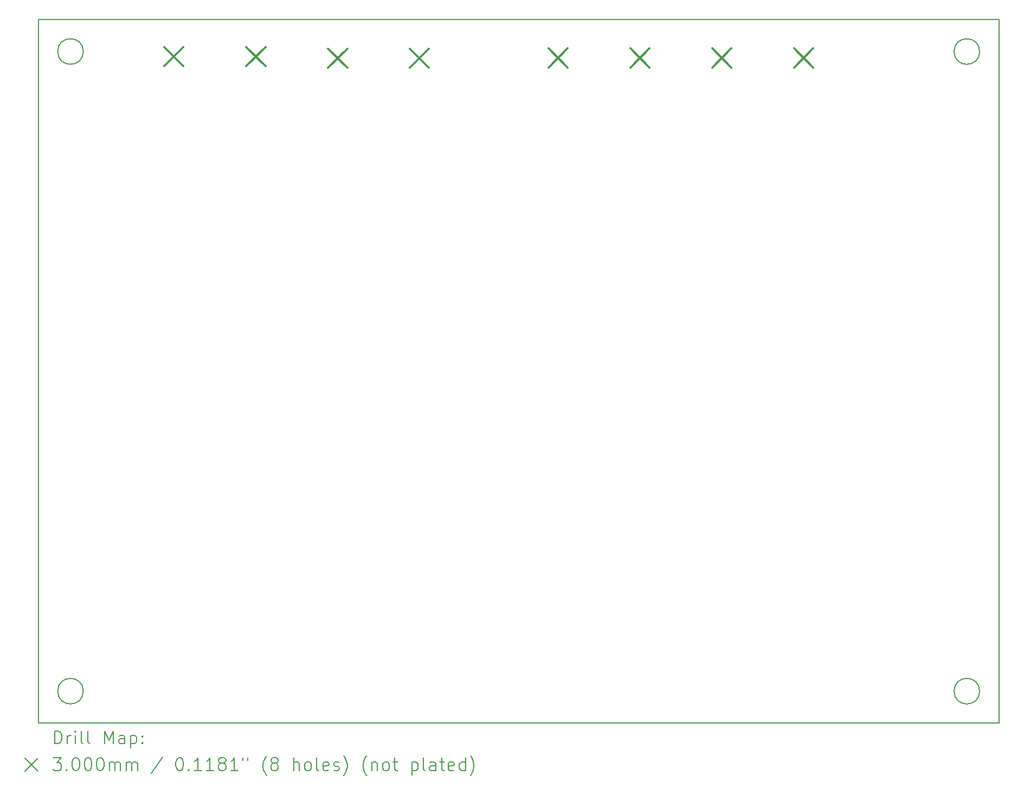
<source format=gbr>
%TF.GenerationSoftware,KiCad,Pcbnew,9.0.0*%
%TF.CreationDate,2025-04-08T11:49:49-04:00*%
%TF.ProjectId,PCB_control,5043425f-636f-46e7-9472-6f6c2e6b6963,rev?*%
%TF.SameCoordinates,Original*%
%TF.FileFunction,Drillmap*%
%TF.FilePolarity,Positive*%
%FSLAX45Y45*%
G04 Gerber Fmt 4.5, Leading zero omitted, Abs format (unit mm)*
G04 Created by KiCad (PCBNEW 9.0.0) date 2025-04-08 11:49:49*
%MOMM*%
%LPD*%
G01*
G04 APERTURE LIST*
%ADD10C,0.200000*%
%ADD11C,0.300000*%
G04 APERTURE END LIST*
D10*
X2700000Y-2500000D02*
G75*
G02*
X2300000Y-2500000I-200000J0D01*
G01*
X2300000Y-2500000D02*
G75*
G02*
X2700000Y-2500000I200000J0D01*
G01*
X2000000Y-2000000D02*
X17000000Y-2000000D01*
X17000000Y-13000000D01*
X2000000Y-13000000D01*
X2000000Y-2000000D01*
X2700000Y-12500000D02*
G75*
G02*
X2300000Y-12500000I-200000J0D01*
G01*
X2300000Y-12500000D02*
G75*
G02*
X2700000Y-12500000I200000J0D01*
G01*
X16700000Y-12500000D02*
G75*
G02*
X16300000Y-12500000I-200000J0D01*
G01*
X16300000Y-12500000D02*
G75*
G02*
X16700000Y-12500000I200000J0D01*
G01*
X16700000Y-2500000D02*
G75*
G02*
X16300000Y-2500000I-200000J0D01*
G01*
X16300000Y-2500000D02*
G75*
G02*
X16700000Y-2500000I200000J0D01*
G01*
D11*
X3963000Y-2430000D02*
X4263000Y-2730000D01*
X4263000Y-2430000D02*
X3963000Y-2730000D01*
X5244589Y-2429000D02*
X5544589Y-2729000D01*
X5544589Y-2429000D02*
X5244589Y-2729000D01*
X6522500Y-2452500D02*
X6822500Y-2752500D01*
X6822500Y-2452500D02*
X6522500Y-2752500D01*
X7800411Y-2452500D02*
X8100411Y-2752500D01*
X8100411Y-2452500D02*
X7800411Y-2752500D01*
X9967500Y-2450000D02*
X10267500Y-2750000D01*
X10267500Y-2450000D02*
X9967500Y-2750000D01*
X11245411Y-2450000D02*
X11545411Y-2750000D01*
X11545411Y-2450000D02*
X11245411Y-2750000D01*
X12523321Y-2450000D02*
X12823321Y-2750000D01*
X12823321Y-2450000D02*
X12523321Y-2750000D01*
X13801232Y-2450000D02*
X14101232Y-2750000D01*
X14101232Y-2450000D02*
X13801232Y-2750000D01*
D10*
X2250777Y-13321484D02*
X2250777Y-13121484D01*
X2250777Y-13121484D02*
X2298396Y-13121484D01*
X2298396Y-13121484D02*
X2326967Y-13131008D01*
X2326967Y-13131008D02*
X2346015Y-13150055D01*
X2346015Y-13150055D02*
X2355539Y-13169103D01*
X2355539Y-13169103D02*
X2365063Y-13207198D01*
X2365063Y-13207198D02*
X2365063Y-13235769D01*
X2365063Y-13235769D02*
X2355539Y-13273865D01*
X2355539Y-13273865D02*
X2346015Y-13292912D01*
X2346015Y-13292912D02*
X2326967Y-13311960D01*
X2326967Y-13311960D02*
X2298396Y-13321484D01*
X2298396Y-13321484D02*
X2250777Y-13321484D01*
X2450777Y-13321484D02*
X2450777Y-13188150D01*
X2450777Y-13226246D02*
X2460301Y-13207198D01*
X2460301Y-13207198D02*
X2469824Y-13197674D01*
X2469824Y-13197674D02*
X2488872Y-13188150D01*
X2488872Y-13188150D02*
X2507920Y-13188150D01*
X2574586Y-13321484D02*
X2574586Y-13188150D01*
X2574586Y-13121484D02*
X2565063Y-13131008D01*
X2565063Y-13131008D02*
X2574586Y-13140531D01*
X2574586Y-13140531D02*
X2584110Y-13131008D01*
X2584110Y-13131008D02*
X2574586Y-13121484D01*
X2574586Y-13121484D02*
X2574586Y-13140531D01*
X2698396Y-13321484D02*
X2679348Y-13311960D01*
X2679348Y-13311960D02*
X2669824Y-13292912D01*
X2669824Y-13292912D02*
X2669824Y-13121484D01*
X2803158Y-13321484D02*
X2784110Y-13311960D01*
X2784110Y-13311960D02*
X2774586Y-13292912D01*
X2774586Y-13292912D02*
X2774586Y-13121484D01*
X3031729Y-13321484D02*
X3031729Y-13121484D01*
X3031729Y-13121484D02*
X3098396Y-13264341D01*
X3098396Y-13264341D02*
X3165062Y-13121484D01*
X3165062Y-13121484D02*
X3165062Y-13321484D01*
X3346015Y-13321484D02*
X3346015Y-13216722D01*
X3346015Y-13216722D02*
X3336491Y-13197674D01*
X3336491Y-13197674D02*
X3317443Y-13188150D01*
X3317443Y-13188150D02*
X3279348Y-13188150D01*
X3279348Y-13188150D02*
X3260301Y-13197674D01*
X3346015Y-13311960D02*
X3326967Y-13321484D01*
X3326967Y-13321484D02*
X3279348Y-13321484D01*
X3279348Y-13321484D02*
X3260301Y-13311960D01*
X3260301Y-13311960D02*
X3250777Y-13292912D01*
X3250777Y-13292912D02*
X3250777Y-13273865D01*
X3250777Y-13273865D02*
X3260301Y-13254817D01*
X3260301Y-13254817D02*
X3279348Y-13245293D01*
X3279348Y-13245293D02*
X3326967Y-13245293D01*
X3326967Y-13245293D02*
X3346015Y-13235769D01*
X3441253Y-13188150D02*
X3441253Y-13388150D01*
X3441253Y-13197674D02*
X3460301Y-13188150D01*
X3460301Y-13188150D02*
X3498396Y-13188150D01*
X3498396Y-13188150D02*
X3517443Y-13197674D01*
X3517443Y-13197674D02*
X3526967Y-13207198D01*
X3526967Y-13207198D02*
X3536491Y-13226246D01*
X3536491Y-13226246D02*
X3536491Y-13283388D01*
X3536491Y-13283388D02*
X3526967Y-13302436D01*
X3526967Y-13302436D02*
X3517443Y-13311960D01*
X3517443Y-13311960D02*
X3498396Y-13321484D01*
X3498396Y-13321484D02*
X3460301Y-13321484D01*
X3460301Y-13321484D02*
X3441253Y-13311960D01*
X3622205Y-13302436D02*
X3631729Y-13311960D01*
X3631729Y-13311960D02*
X3622205Y-13321484D01*
X3622205Y-13321484D02*
X3612682Y-13311960D01*
X3612682Y-13311960D02*
X3622205Y-13302436D01*
X3622205Y-13302436D02*
X3622205Y-13321484D01*
X3622205Y-13197674D02*
X3631729Y-13207198D01*
X3631729Y-13207198D02*
X3622205Y-13216722D01*
X3622205Y-13216722D02*
X3612682Y-13207198D01*
X3612682Y-13207198D02*
X3622205Y-13197674D01*
X3622205Y-13197674D02*
X3622205Y-13216722D01*
X1790000Y-13550000D02*
X1990000Y-13750000D01*
X1990000Y-13550000D02*
X1790000Y-13750000D01*
X2231729Y-13541484D02*
X2355539Y-13541484D01*
X2355539Y-13541484D02*
X2288872Y-13617674D01*
X2288872Y-13617674D02*
X2317444Y-13617674D01*
X2317444Y-13617674D02*
X2336491Y-13627198D01*
X2336491Y-13627198D02*
X2346015Y-13636722D01*
X2346015Y-13636722D02*
X2355539Y-13655769D01*
X2355539Y-13655769D02*
X2355539Y-13703388D01*
X2355539Y-13703388D02*
X2346015Y-13722436D01*
X2346015Y-13722436D02*
X2336491Y-13731960D01*
X2336491Y-13731960D02*
X2317444Y-13741484D01*
X2317444Y-13741484D02*
X2260301Y-13741484D01*
X2260301Y-13741484D02*
X2241253Y-13731960D01*
X2241253Y-13731960D02*
X2231729Y-13722436D01*
X2441253Y-13722436D02*
X2450777Y-13731960D01*
X2450777Y-13731960D02*
X2441253Y-13741484D01*
X2441253Y-13741484D02*
X2431729Y-13731960D01*
X2431729Y-13731960D02*
X2441253Y-13722436D01*
X2441253Y-13722436D02*
X2441253Y-13741484D01*
X2574586Y-13541484D02*
X2593634Y-13541484D01*
X2593634Y-13541484D02*
X2612682Y-13551008D01*
X2612682Y-13551008D02*
X2622205Y-13560531D01*
X2622205Y-13560531D02*
X2631729Y-13579579D01*
X2631729Y-13579579D02*
X2641253Y-13617674D01*
X2641253Y-13617674D02*
X2641253Y-13665293D01*
X2641253Y-13665293D02*
X2631729Y-13703388D01*
X2631729Y-13703388D02*
X2622205Y-13722436D01*
X2622205Y-13722436D02*
X2612682Y-13731960D01*
X2612682Y-13731960D02*
X2593634Y-13741484D01*
X2593634Y-13741484D02*
X2574586Y-13741484D01*
X2574586Y-13741484D02*
X2555539Y-13731960D01*
X2555539Y-13731960D02*
X2546015Y-13722436D01*
X2546015Y-13722436D02*
X2536491Y-13703388D01*
X2536491Y-13703388D02*
X2526967Y-13665293D01*
X2526967Y-13665293D02*
X2526967Y-13617674D01*
X2526967Y-13617674D02*
X2536491Y-13579579D01*
X2536491Y-13579579D02*
X2546015Y-13560531D01*
X2546015Y-13560531D02*
X2555539Y-13551008D01*
X2555539Y-13551008D02*
X2574586Y-13541484D01*
X2765063Y-13541484D02*
X2784110Y-13541484D01*
X2784110Y-13541484D02*
X2803158Y-13551008D01*
X2803158Y-13551008D02*
X2812682Y-13560531D01*
X2812682Y-13560531D02*
X2822205Y-13579579D01*
X2822205Y-13579579D02*
X2831729Y-13617674D01*
X2831729Y-13617674D02*
X2831729Y-13665293D01*
X2831729Y-13665293D02*
X2822205Y-13703388D01*
X2822205Y-13703388D02*
X2812682Y-13722436D01*
X2812682Y-13722436D02*
X2803158Y-13731960D01*
X2803158Y-13731960D02*
X2784110Y-13741484D01*
X2784110Y-13741484D02*
X2765063Y-13741484D01*
X2765063Y-13741484D02*
X2746015Y-13731960D01*
X2746015Y-13731960D02*
X2736491Y-13722436D01*
X2736491Y-13722436D02*
X2726967Y-13703388D01*
X2726967Y-13703388D02*
X2717444Y-13665293D01*
X2717444Y-13665293D02*
X2717444Y-13617674D01*
X2717444Y-13617674D02*
X2726967Y-13579579D01*
X2726967Y-13579579D02*
X2736491Y-13560531D01*
X2736491Y-13560531D02*
X2746015Y-13551008D01*
X2746015Y-13551008D02*
X2765063Y-13541484D01*
X2955539Y-13541484D02*
X2974586Y-13541484D01*
X2974586Y-13541484D02*
X2993634Y-13551008D01*
X2993634Y-13551008D02*
X3003158Y-13560531D01*
X3003158Y-13560531D02*
X3012682Y-13579579D01*
X3012682Y-13579579D02*
X3022205Y-13617674D01*
X3022205Y-13617674D02*
X3022205Y-13665293D01*
X3022205Y-13665293D02*
X3012682Y-13703388D01*
X3012682Y-13703388D02*
X3003158Y-13722436D01*
X3003158Y-13722436D02*
X2993634Y-13731960D01*
X2993634Y-13731960D02*
X2974586Y-13741484D01*
X2974586Y-13741484D02*
X2955539Y-13741484D01*
X2955539Y-13741484D02*
X2936491Y-13731960D01*
X2936491Y-13731960D02*
X2926967Y-13722436D01*
X2926967Y-13722436D02*
X2917443Y-13703388D01*
X2917443Y-13703388D02*
X2907920Y-13665293D01*
X2907920Y-13665293D02*
X2907920Y-13617674D01*
X2907920Y-13617674D02*
X2917443Y-13579579D01*
X2917443Y-13579579D02*
X2926967Y-13560531D01*
X2926967Y-13560531D02*
X2936491Y-13551008D01*
X2936491Y-13551008D02*
X2955539Y-13541484D01*
X3107920Y-13741484D02*
X3107920Y-13608150D01*
X3107920Y-13627198D02*
X3117443Y-13617674D01*
X3117443Y-13617674D02*
X3136491Y-13608150D01*
X3136491Y-13608150D02*
X3165063Y-13608150D01*
X3165063Y-13608150D02*
X3184110Y-13617674D01*
X3184110Y-13617674D02*
X3193634Y-13636722D01*
X3193634Y-13636722D02*
X3193634Y-13741484D01*
X3193634Y-13636722D02*
X3203158Y-13617674D01*
X3203158Y-13617674D02*
X3222205Y-13608150D01*
X3222205Y-13608150D02*
X3250777Y-13608150D01*
X3250777Y-13608150D02*
X3269824Y-13617674D01*
X3269824Y-13617674D02*
X3279348Y-13636722D01*
X3279348Y-13636722D02*
X3279348Y-13741484D01*
X3374586Y-13741484D02*
X3374586Y-13608150D01*
X3374586Y-13627198D02*
X3384110Y-13617674D01*
X3384110Y-13617674D02*
X3403158Y-13608150D01*
X3403158Y-13608150D02*
X3431729Y-13608150D01*
X3431729Y-13608150D02*
X3450777Y-13617674D01*
X3450777Y-13617674D02*
X3460301Y-13636722D01*
X3460301Y-13636722D02*
X3460301Y-13741484D01*
X3460301Y-13636722D02*
X3469824Y-13617674D01*
X3469824Y-13617674D02*
X3488872Y-13608150D01*
X3488872Y-13608150D02*
X3517443Y-13608150D01*
X3517443Y-13608150D02*
X3536491Y-13617674D01*
X3536491Y-13617674D02*
X3546015Y-13636722D01*
X3546015Y-13636722D02*
X3546015Y-13741484D01*
X3936491Y-13531960D02*
X3765063Y-13789103D01*
X4193634Y-13541484D02*
X4212682Y-13541484D01*
X4212682Y-13541484D02*
X4231729Y-13551008D01*
X4231729Y-13551008D02*
X4241253Y-13560531D01*
X4241253Y-13560531D02*
X4250777Y-13579579D01*
X4250777Y-13579579D02*
X4260301Y-13617674D01*
X4260301Y-13617674D02*
X4260301Y-13665293D01*
X4260301Y-13665293D02*
X4250777Y-13703388D01*
X4250777Y-13703388D02*
X4241253Y-13722436D01*
X4241253Y-13722436D02*
X4231729Y-13731960D01*
X4231729Y-13731960D02*
X4212682Y-13741484D01*
X4212682Y-13741484D02*
X4193634Y-13741484D01*
X4193634Y-13741484D02*
X4174586Y-13731960D01*
X4174586Y-13731960D02*
X4165063Y-13722436D01*
X4165063Y-13722436D02*
X4155539Y-13703388D01*
X4155539Y-13703388D02*
X4146015Y-13665293D01*
X4146015Y-13665293D02*
X4146015Y-13617674D01*
X4146015Y-13617674D02*
X4155539Y-13579579D01*
X4155539Y-13579579D02*
X4165063Y-13560531D01*
X4165063Y-13560531D02*
X4174586Y-13551008D01*
X4174586Y-13551008D02*
X4193634Y-13541484D01*
X4346015Y-13722436D02*
X4355539Y-13731960D01*
X4355539Y-13731960D02*
X4346015Y-13741484D01*
X4346015Y-13741484D02*
X4336491Y-13731960D01*
X4336491Y-13731960D02*
X4346015Y-13722436D01*
X4346015Y-13722436D02*
X4346015Y-13741484D01*
X4546015Y-13741484D02*
X4431729Y-13741484D01*
X4488872Y-13741484D02*
X4488872Y-13541484D01*
X4488872Y-13541484D02*
X4469825Y-13570055D01*
X4469825Y-13570055D02*
X4450777Y-13589103D01*
X4450777Y-13589103D02*
X4431729Y-13598627D01*
X4736491Y-13741484D02*
X4622206Y-13741484D01*
X4679348Y-13741484D02*
X4679348Y-13541484D01*
X4679348Y-13541484D02*
X4660301Y-13570055D01*
X4660301Y-13570055D02*
X4641253Y-13589103D01*
X4641253Y-13589103D02*
X4622206Y-13598627D01*
X4850777Y-13627198D02*
X4831729Y-13617674D01*
X4831729Y-13617674D02*
X4822206Y-13608150D01*
X4822206Y-13608150D02*
X4812682Y-13589103D01*
X4812682Y-13589103D02*
X4812682Y-13579579D01*
X4812682Y-13579579D02*
X4822206Y-13560531D01*
X4822206Y-13560531D02*
X4831729Y-13551008D01*
X4831729Y-13551008D02*
X4850777Y-13541484D01*
X4850777Y-13541484D02*
X4888872Y-13541484D01*
X4888872Y-13541484D02*
X4907920Y-13551008D01*
X4907920Y-13551008D02*
X4917444Y-13560531D01*
X4917444Y-13560531D02*
X4926968Y-13579579D01*
X4926968Y-13579579D02*
X4926968Y-13589103D01*
X4926968Y-13589103D02*
X4917444Y-13608150D01*
X4917444Y-13608150D02*
X4907920Y-13617674D01*
X4907920Y-13617674D02*
X4888872Y-13627198D01*
X4888872Y-13627198D02*
X4850777Y-13627198D01*
X4850777Y-13627198D02*
X4831729Y-13636722D01*
X4831729Y-13636722D02*
X4822206Y-13646246D01*
X4822206Y-13646246D02*
X4812682Y-13665293D01*
X4812682Y-13665293D02*
X4812682Y-13703388D01*
X4812682Y-13703388D02*
X4822206Y-13722436D01*
X4822206Y-13722436D02*
X4831729Y-13731960D01*
X4831729Y-13731960D02*
X4850777Y-13741484D01*
X4850777Y-13741484D02*
X4888872Y-13741484D01*
X4888872Y-13741484D02*
X4907920Y-13731960D01*
X4907920Y-13731960D02*
X4917444Y-13722436D01*
X4917444Y-13722436D02*
X4926968Y-13703388D01*
X4926968Y-13703388D02*
X4926968Y-13665293D01*
X4926968Y-13665293D02*
X4917444Y-13646246D01*
X4917444Y-13646246D02*
X4907920Y-13636722D01*
X4907920Y-13636722D02*
X4888872Y-13627198D01*
X5117444Y-13741484D02*
X5003158Y-13741484D01*
X5060301Y-13741484D02*
X5060301Y-13541484D01*
X5060301Y-13541484D02*
X5041253Y-13570055D01*
X5041253Y-13570055D02*
X5022206Y-13589103D01*
X5022206Y-13589103D02*
X5003158Y-13598627D01*
X5193634Y-13541484D02*
X5193634Y-13579579D01*
X5269825Y-13541484D02*
X5269825Y-13579579D01*
X5565063Y-13817674D02*
X5555539Y-13808150D01*
X5555539Y-13808150D02*
X5536491Y-13779579D01*
X5536491Y-13779579D02*
X5526968Y-13760531D01*
X5526968Y-13760531D02*
X5517444Y-13731960D01*
X5517444Y-13731960D02*
X5507920Y-13684341D01*
X5507920Y-13684341D02*
X5507920Y-13646246D01*
X5507920Y-13646246D02*
X5517444Y-13598627D01*
X5517444Y-13598627D02*
X5526968Y-13570055D01*
X5526968Y-13570055D02*
X5536491Y-13551008D01*
X5536491Y-13551008D02*
X5555539Y-13522436D01*
X5555539Y-13522436D02*
X5565063Y-13512912D01*
X5669825Y-13627198D02*
X5650777Y-13617674D01*
X5650777Y-13617674D02*
X5641253Y-13608150D01*
X5641253Y-13608150D02*
X5631729Y-13589103D01*
X5631729Y-13589103D02*
X5631729Y-13579579D01*
X5631729Y-13579579D02*
X5641253Y-13560531D01*
X5641253Y-13560531D02*
X5650777Y-13551008D01*
X5650777Y-13551008D02*
X5669825Y-13541484D01*
X5669825Y-13541484D02*
X5707920Y-13541484D01*
X5707920Y-13541484D02*
X5726968Y-13551008D01*
X5726968Y-13551008D02*
X5736491Y-13560531D01*
X5736491Y-13560531D02*
X5746015Y-13579579D01*
X5746015Y-13579579D02*
X5746015Y-13589103D01*
X5746015Y-13589103D02*
X5736491Y-13608150D01*
X5736491Y-13608150D02*
X5726968Y-13617674D01*
X5726968Y-13617674D02*
X5707920Y-13627198D01*
X5707920Y-13627198D02*
X5669825Y-13627198D01*
X5669825Y-13627198D02*
X5650777Y-13636722D01*
X5650777Y-13636722D02*
X5641253Y-13646246D01*
X5641253Y-13646246D02*
X5631729Y-13665293D01*
X5631729Y-13665293D02*
X5631729Y-13703388D01*
X5631729Y-13703388D02*
X5641253Y-13722436D01*
X5641253Y-13722436D02*
X5650777Y-13731960D01*
X5650777Y-13731960D02*
X5669825Y-13741484D01*
X5669825Y-13741484D02*
X5707920Y-13741484D01*
X5707920Y-13741484D02*
X5726968Y-13731960D01*
X5726968Y-13731960D02*
X5736491Y-13722436D01*
X5736491Y-13722436D02*
X5746015Y-13703388D01*
X5746015Y-13703388D02*
X5746015Y-13665293D01*
X5746015Y-13665293D02*
X5736491Y-13646246D01*
X5736491Y-13646246D02*
X5726968Y-13636722D01*
X5726968Y-13636722D02*
X5707920Y-13627198D01*
X5984110Y-13741484D02*
X5984110Y-13541484D01*
X6069825Y-13741484D02*
X6069825Y-13636722D01*
X6069825Y-13636722D02*
X6060301Y-13617674D01*
X6060301Y-13617674D02*
X6041253Y-13608150D01*
X6041253Y-13608150D02*
X6012682Y-13608150D01*
X6012682Y-13608150D02*
X5993634Y-13617674D01*
X5993634Y-13617674D02*
X5984110Y-13627198D01*
X6193634Y-13741484D02*
X6174587Y-13731960D01*
X6174587Y-13731960D02*
X6165063Y-13722436D01*
X6165063Y-13722436D02*
X6155539Y-13703388D01*
X6155539Y-13703388D02*
X6155539Y-13646246D01*
X6155539Y-13646246D02*
X6165063Y-13627198D01*
X6165063Y-13627198D02*
X6174587Y-13617674D01*
X6174587Y-13617674D02*
X6193634Y-13608150D01*
X6193634Y-13608150D02*
X6222206Y-13608150D01*
X6222206Y-13608150D02*
X6241253Y-13617674D01*
X6241253Y-13617674D02*
X6250777Y-13627198D01*
X6250777Y-13627198D02*
X6260301Y-13646246D01*
X6260301Y-13646246D02*
X6260301Y-13703388D01*
X6260301Y-13703388D02*
X6250777Y-13722436D01*
X6250777Y-13722436D02*
X6241253Y-13731960D01*
X6241253Y-13731960D02*
X6222206Y-13741484D01*
X6222206Y-13741484D02*
X6193634Y-13741484D01*
X6374587Y-13741484D02*
X6355539Y-13731960D01*
X6355539Y-13731960D02*
X6346015Y-13712912D01*
X6346015Y-13712912D02*
X6346015Y-13541484D01*
X6526968Y-13731960D02*
X6507920Y-13741484D01*
X6507920Y-13741484D02*
X6469825Y-13741484D01*
X6469825Y-13741484D02*
X6450777Y-13731960D01*
X6450777Y-13731960D02*
X6441253Y-13712912D01*
X6441253Y-13712912D02*
X6441253Y-13636722D01*
X6441253Y-13636722D02*
X6450777Y-13617674D01*
X6450777Y-13617674D02*
X6469825Y-13608150D01*
X6469825Y-13608150D02*
X6507920Y-13608150D01*
X6507920Y-13608150D02*
X6526968Y-13617674D01*
X6526968Y-13617674D02*
X6536491Y-13636722D01*
X6536491Y-13636722D02*
X6536491Y-13655769D01*
X6536491Y-13655769D02*
X6441253Y-13674817D01*
X6612682Y-13731960D02*
X6631730Y-13741484D01*
X6631730Y-13741484D02*
X6669825Y-13741484D01*
X6669825Y-13741484D02*
X6688872Y-13731960D01*
X6688872Y-13731960D02*
X6698396Y-13712912D01*
X6698396Y-13712912D02*
X6698396Y-13703388D01*
X6698396Y-13703388D02*
X6688872Y-13684341D01*
X6688872Y-13684341D02*
X6669825Y-13674817D01*
X6669825Y-13674817D02*
X6641253Y-13674817D01*
X6641253Y-13674817D02*
X6622206Y-13665293D01*
X6622206Y-13665293D02*
X6612682Y-13646246D01*
X6612682Y-13646246D02*
X6612682Y-13636722D01*
X6612682Y-13636722D02*
X6622206Y-13617674D01*
X6622206Y-13617674D02*
X6641253Y-13608150D01*
X6641253Y-13608150D02*
X6669825Y-13608150D01*
X6669825Y-13608150D02*
X6688872Y-13617674D01*
X6765063Y-13817674D02*
X6774587Y-13808150D01*
X6774587Y-13808150D02*
X6793634Y-13779579D01*
X6793634Y-13779579D02*
X6803158Y-13760531D01*
X6803158Y-13760531D02*
X6812682Y-13731960D01*
X6812682Y-13731960D02*
X6822206Y-13684341D01*
X6822206Y-13684341D02*
X6822206Y-13646246D01*
X6822206Y-13646246D02*
X6812682Y-13598627D01*
X6812682Y-13598627D02*
X6803158Y-13570055D01*
X6803158Y-13570055D02*
X6793634Y-13551008D01*
X6793634Y-13551008D02*
X6774587Y-13522436D01*
X6774587Y-13522436D02*
X6765063Y-13512912D01*
X7126968Y-13817674D02*
X7117444Y-13808150D01*
X7117444Y-13808150D02*
X7098396Y-13779579D01*
X7098396Y-13779579D02*
X7088872Y-13760531D01*
X7088872Y-13760531D02*
X7079349Y-13731960D01*
X7079349Y-13731960D02*
X7069825Y-13684341D01*
X7069825Y-13684341D02*
X7069825Y-13646246D01*
X7069825Y-13646246D02*
X7079349Y-13598627D01*
X7079349Y-13598627D02*
X7088872Y-13570055D01*
X7088872Y-13570055D02*
X7098396Y-13551008D01*
X7098396Y-13551008D02*
X7117444Y-13522436D01*
X7117444Y-13522436D02*
X7126968Y-13512912D01*
X7203158Y-13608150D02*
X7203158Y-13741484D01*
X7203158Y-13627198D02*
X7212682Y-13617674D01*
X7212682Y-13617674D02*
X7231730Y-13608150D01*
X7231730Y-13608150D02*
X7260301Y-13608150D01*
X7260301Y-13608150D02*
X7279349Y-13617674D01*
X7279349Y-13617674D02*
X7288872Y-13636722D01*
X7288872Y-13636722D02*
X7288872Y-13741484D01*
X7412682Y-13741484D02*
X7393634Y-13731960D01*
X7393634Y-13731960D02*
X7384111Y-13722436D01*
X7384111Y-13722436D02*
X7374587Y-13703388D01*
X7374587Y-13703388D02*
X7374587Y-13646246D01*
X7374587Y-13646246D02*
X7384111Y-13627198D01*
X7384111Y-13627198D02*
X7393634Y-13617674D01*
X7393634Y-13617674D02*
X7412682Y-13608150D01*
X7412682Y-13608150D02*
X7441253Y-13608150D01*
X7441253Y-13608150D02*
X7460301Y-13617674D01*
X7460301Y-13617674D02*
X7469825Y-13627198D01*
X7469825Y-13627198D02*
X7479349Y-13646246D01*
X7479349Y-13646246D02*
X7479349Y-13703388D01*
X7479349Y-13703388D02*
X7469825Y-13722436D01*
X7469825Y-13722436D02*
X7460301Y-13731960D01*
X7460301Y-13731960D02*
X7441253Y-13741484D01*
X7441253Y-13741484D02*
X7412682Y-13741484D01*
X7536492Y-13608150D02*
X7612682Y-13608150D01*
X7565063Y-13541484D02*
X7565063Y-13712912D01*
X7565063Y-13712912D02*
X7574587Y-13731960D01*
X7574587Y-13731960D02*
X7593634Y-13741484D01*
X7593634Y-13741484D02*
X7612682Y-13741484D01*
X7831730Y-13608150D02*
X7831730Y-13808150D01*
X7831730Y-13617674D02*
X7850777Y-13608150D01*
X7850777Y-13608150D02*
X7888873Y-13608150D01*
X7888873Y-13608150D02*
X7907920Y-13617674D01*
X7907920Y-13617674D02*
X7917444Y-13627198D01*
X7917444Y-13627198D02*
X7926968Y-13646246D01*
X7926968Y-13646246D02*
X7926968Y-13703388D01*
X7926968Y-13703388D02*
X7917444Y-13722436D01*
X7917444Y-13722436D02*
X7907920Y-13731960D01*
X7907920Y-13731960D02*
X7888873Y-13741484D01*
X7888873Y-13741484D02*
X7850777Y-13741484D01*
X7850777Y-13741484D02*
X7831730Y-13731960D01*
X8041253Y-13741484D02*
X8022206Y-13731960D01*
X8022206Y-13731960D02*
X8012682Y-13712912D01*
X8012682Y-13712912D02*
X8012682Y-13541484D01*
X8203158Y-13741484D02*
X8203158Y-13636722D01*
X8203158Y-13636722D02*
X8193634Y-13617674D01*
X8193634Y-13617674D02*
X8174587Y-13608150D01*
X8174587Y-13608150D02*
X8136492Y-13608150D01*
X8136492Y-13608150D02*
X8117444Y-13617674D01*
X8203158Y-13731960D02*
X8184111Y-13741484D01*
X8184111Y-13741484D02*
X8136492Y-13741484D01*
X8136492Y-13741484D02*
X8117444Y-13731960D01*
X8117444Y-13731960D02*
X8107920Y-13712912D01*
X8107920Y-13712912D02*
X8107920Y-13693865D01*
X8107920Y-13693865D02*
X8117444Y-13674817D01*
X8117444Y-13674817D02*
X8136492Y-13665293D01*
X8136492Y-13665293D02*
X8184111Y-13665293D01*
X8184111Y-13665293D02*
X8203158Y-13655769D01*
X8269825Y-13608150D02*
X8346015Y-13608150D01*
X8298396Y-13541484D02*
X8298396Y-13712912D01*
X8298396Y-13712912D02*
X8307920Y-13731960D01*
X8307920Y-13731960D02*
X8326968Y-13741484D01*
X8326968Y-13741484D02*
X8346015Y-13741484D01*
X8488873Y-13731960D02*
X8469825Y-13741484D01*
X8469825Y-13741484D02*
X8431730Y-13741484D01*
X8431730Y-13741484D02*
X8412682Y-13731960D01*
X8412682Y-13731960D02*
X8403158Y-13712912D01*
X8403158Y-13712912D02*
X8403158Y-13636722D01*
X8403158Y-13636722D02*
X8412682Y-13617674D01*
X8412682Y-13617674D02*
X8431730Y-13608150D01*
X8431730Y-13608150D02*
X8469825Y-13608150D01*
X8469825Y-13608150D02*
X8488873Y-13617674D01*
X8488873Y-13617674D02*
X8498396Y-13636722D01*
X8498396Y-13636722D02*
X8498396Y-13655769D01*
X8498396Y-13655769D02*
X8403158Y-13674817D01*
X8669825Y-13741484D02*
X8669825Y-13541484D01*
X8669825Y-13731960D02*
X8650777Y-13741484D01*
X8650777Y-13741484D02*
X8612682Y-13741484D01*
X8612682Y-13741484D02*
X8593635Y-13731960D01*
X8593635Y-13731960D02*
X8584111Y-13722436D01*
X8584111Y-13722436D02*
X8574587Y-13703388D01*
X8574587Y-13703388D02*
X8574587Y-13646246D01*
X8574587Y-13646246D02*
X8584111Y-13627198D01*
X8584111Y-13627198D02*
X8593635Y-13617674D01*
X8593635Y-13617674D02*
X8612682Y-13608150D01*
X8612682Y-13608150D02*
X8650777Y-13608150D01*
X8650777Y-13608150D02*
X8669825Y-13617674D01*
X8746016Y-13817674D02*
X8755539Y-13808150D01*
X8755539Y-13808150D02*
X8774587Y-13779579D01*
X8774587Y-13779579D02*
X8784111Y-13760531D01*
X8784111Y-13760531D02*
X8793635Y-13731960D01*
X8793635Y-13731960D02*
X8803158Y-13684341D01*
X8803158Y-13684341D02*
X8803158Y-13646246D01*
X8803158Y-13646246D02*
X8793635Y-13598627D01*
X8793635Y-13598627D02*
X8784111Y-13570055D01*
X8784111Y-13570055D02*
X8774587Y-13551008D01*
X8774587Y-13551008D02*
X8755539Y-13522436D01*
X8755539Y-13522436D02*
X8746016Y-13512912D01*
M02*

</source>
